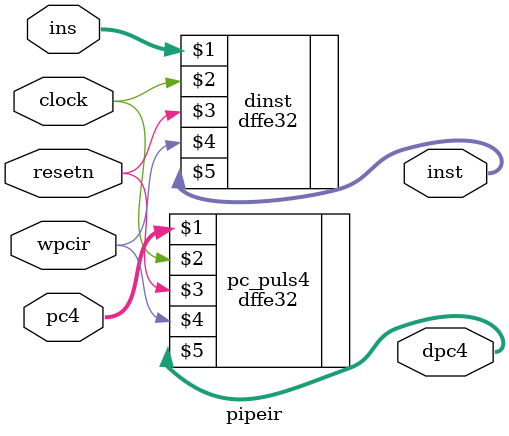
<source format=v>
module pipeir( pc4,ins,wpcir,clock,resetn,dpc4,inst );
	input [31:0] pc4,ins;
	input 		wpcir,clock,resetn;
	output [31:0] dpc4,inst;
	dffe32 pc_puls4 (pc4,clock,resetn,wpcir,dpc4);
	dffe32 dinst (ins,clock,resetn,wpcir,inst);
endmodule
	
</source>
